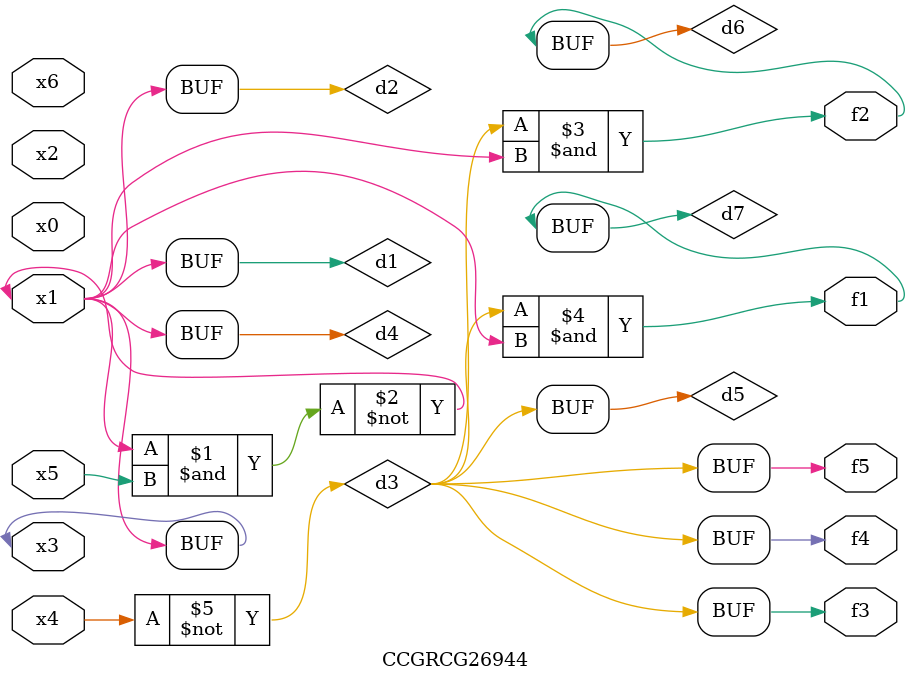
<source format=v>
module CCGRCG26944(
	input x0, x1, x2, x3, x4, x5, x6,
	output f1, f2, f3, f4, f5
);

	wire d1, d2, d3, d4, d5, d6, d7;

	buf (d1, x1, x3);
	nand (d2, x1, x5);
	not (d3, x4);
	buf (d4, d1, d2);
	buf (d5, d3);
	and (d6, d3, d4);
	and (d7, d3, d4);
	assign f1 = d7;
	assign f2 = d6;
	assign f3 = d5;
	assign f4 = d5;
	assign f5 = d5;
endmodule

</source>
